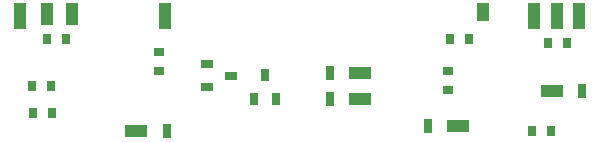
<source format=gbr>
G04 EasyPC Gerber Version 21.0.3 Build 4286 *
G04 #@! TF.Part,Single*
G04 #@! TF.FileFunction,Paste,Top *
G04 #@! TF.FilePolarity,Positive *
%FSLAX35Y35*%
%MOMM*%
G04 #@! TA.AperFunction,SMDPad*
%ADD88R,0.72000X0.82000*%
%ADD87R,0.72000X1.22000*%
%ADD93R,0.79260X1.12280*%
%ADD91R,1.04000X1.54000*%
%ADD92R,1.04000X1.94000*%
%ADD90R,1.04000X2.24000*%
%ADD89R,0.82000X0.72000*%
%ADD85R,1.12280X0.79260*%
%ADD86R,1.92000X1.12000*%
X0Y0D02*
D02*
D85*
X2024350Y904140D03*
Y1094140D03*
X2227390Y999140D03*
D02*
D86*
X1428370Y526640D03*
X3318370Y1021640D03*
X3320870Y801640D03*
X4153370Y569140D03*
X4943370Y866640D03*
D02*
D87*
X1683370Y526640D03*
X3063370Y1021640D03*
X3065870Y801640D03*
X3898370Y569140D03*
X5198370Y866640D03*
D02*
D88*
X545870Y914140D03*
X555870Y684140D03*
X670870Y1309140D03*
X705870Y914140D03*
X715870Y684140D03*
X830870Y1309140D03*
X4083370D03*
X4243370D03*
X4778370Y526640D03*
X4913370Y1271640D03*
X4938370Y526640D03*
X5073370Y1271640D03*
D02*
D89*
X1618370Y1036640D03*
Y1196640D03*
X4063370Y874140D03*
Y1034140D03*
D02*
D90*
X445870Y1501640D03*
X1665870D03*
X4790870D03*
X4988370D03*
X5175870D03*
D02*
D91*
X4363370Y1536640D03*
D02*
D92*
X670870Y1516640D03*
X883370D03*
D02*
D93*
X2423370Y800120D03*
X2518370Y1003160D03*
X2613370Y800120D03*
X0Y0D02*
M02*

</source>
